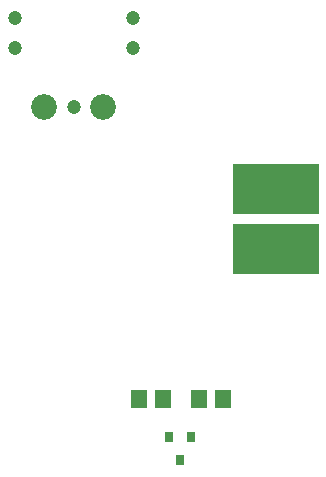
<source format=gtp>
G04 MADE WITH FRITZING*
G04 WWW.FRITZING.ORG*
G04 DOUBLE SIDED*
G04 HOLES PLATED*
G04 CONTOUR ON CENTER OF CONTOUR VECTOR*
%ASAXBY*%
%FSLAX23Y23*%
%MOIN*%
%OFA0B0*%
%SFA1.0B1.0*%
%ADD10C,0.086000*%
%ADD11C,0.047244*%
%ADD12R,0.288374X0.165061*%
%ADD13R,0.031496X0.035433*%
%ADD14R,0.055118X0.059055*%
%ADD15R,0.001000X0.001000*%
%LNPASTEMASK1*%
G90*
G70*
G54D10*
X2459Y1239D03*
X2262Y1239D03*
G54D11*
X2558Y1436D03*
X2558Y1534D03*
X2164Y1534D03*
X2164Y1436D03*
X2361Y1239D03*
G54D10*
X2459Y1239D03*
X2262Y1239D03*
G54D11*
X2558Y1436D03*
X2558Y1534D03*
X2164Y1534D03*
X2164Y1436D03*
X2361Y1239D03*
G54D12*
X3033Y764D03*
X3033Y964D03*
G54D13*
X2752Y139D03*
X2677Y139D03*
X2714Y60D03*
G54D14*
X2577Y264D03*
X2658Y264D03*
X2777Y264D03*
X2858Y264D03*
G54D15*
D02*
G04 End of PasteMask1*
M02*
</source>
